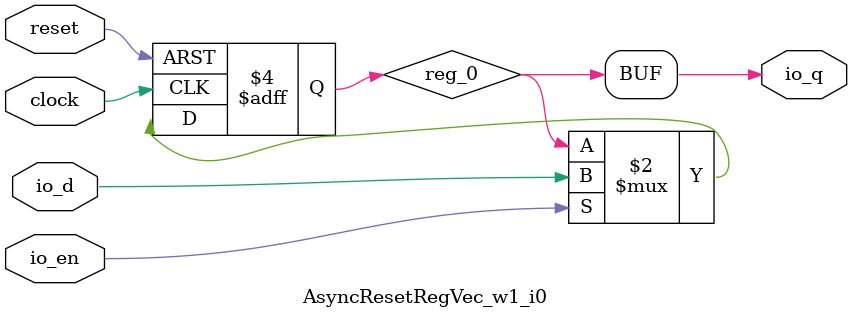
<source format=sv>

`ifndef PRINTF_COND_
  `ifdef PRINTF_COND
    `define PRINTF_COND_ (`PRINTF_COND)
  `else  // PRINTF_COND
    `define PRINTF_COND_ 1
  `endif // PRINTF_COND
`endif // not def PRINTF_COND_

// Users can define 'ASSERT_VERBOSE_COND' to add an extra gate to assert error printing.
`ifndef ASSERT_VERBOSE_COND_
  `ifdef ASSERT_VERBOSE_COND
    `define ASSERT_VERBOSE_COND_ (`ASSERT_VERBOSE_COND)
  `else  // ASSERT_VERBOSE_COND
    `define ASSERT_VERBOSE_COND_ 1
  `endif // ASSERT_VERBOSE_COND
`endif // not def ASSERT_VERBOSE_COND_

// Users can define 'STOP_COND' to add an extra gate to stop conditions.
`ifndef STOP_COND_
  `ifdef STOP_COND
    `define STOP_COND_ (`STOP_COND)
  `else  // STOP_COND
    `define STOP_COND_ 1
  `endif // STOP_COND
`endif // not def STOP_COND_

module AsyncResetRegVec_w1_i0(
  input  clock,
         reset,
         io_d,
  output io_q,
  input  io_en
);

  reg reg_0;
  always @(posedge clock or posedge reset) begin
    if (reset)
      reg_0 <= 1'h0;
    else if (io_en)
      reg_0 <= io_d;
  end // always @(posedge, posedge)
  `ifdef ENABLE_INITIAL_REG_
    `ifdef FIRRTL_BEFORE_INITIAL
      `FIRRTL_BEFORE_INITIAL
    `endif // FIRRTL_BEFORE_INITIAL
    initial begin
      if (reset)
        reg_0 = 1'h0;
    end // initial
    `ifdef FIRRTL_AFTER_INITIAL
      `FIRRTL_AFTER_INITIAL
    `endif // FIRRTL_AFTER_INITIAL
  `endif // ENABLE_INITIAL_REG_
  assign io_q = reg_0;
endmodule


</source>
